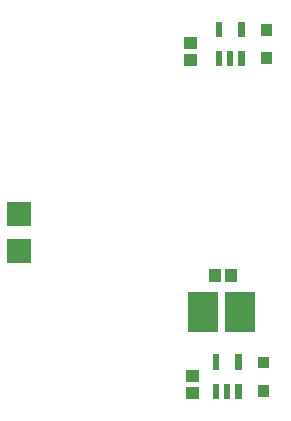
<source format=gbp>
G04 Layer: BottomPasteMaskLayer*
G04 EasyEDA v6.3.22, 2020-01-22T11:07:26+01:00*
G04 244eb897874448418918cfb691dafd7b,6ac03ef627a24f5ab7c901ca926ad83b,10*
G04 Gerber Generator version 0.2*
G04 Scale: 100 percent, Rotated: No, Reflected: No *
G04 Dimensions in millimeters *
G04 leading zeros omitted , absolute positions ,3 integer and 3 decimal *
%FSLAX33Y33*%
%MOMM*%
G90*
G71D02*

%ADD25R,2.499995X3.499993*%
%ADD26R,1.999996X1.999996*%

%LPD*%
G54D25*
G01X23709Y14380D03*
G01X20619Y14410D03*
G54D26*
G01X4999Y22709D03*
G01X4979Y19579D03*
G36*
G01X23470Y18030D02*
G01X22470Y18030D01*
G01X22470Y16930D01*
G01X23470Y16930D01*
G01X23470Y18030D01*
G37*
G36*
G01X22070Y18030D02*
G01X21070Y18030D01*
G01X21070Y16930D01*
G01X22070Y16930D01*
G01X22070Y18030D01*
G37*
G36*
G01X26459Y35420D02*
G01X26459Y36420D01*
G01X25459Y36420D01*
G01X25459Y35420D01*
G01X26459Y35420D01*
G37*
G36*
G01X26459Y37820D02*
G01X26459Y38820D01*
G01X25459Y38820D01*
G01X25459Y37820D01*
G01X26459Y37820D01*
G37*
G36*
G01X20029Y35269D02*
G01X20029Y36269D01*
G01X18929Y36269D01*
G01X18929Y35269D01*
G01X20029Y35269D01*
G37*
G36*
G01X20029Y36669D02*
G01X20029Y37669D01*
G01X18929Y37669D01*
G01X18929Y36669D01*
G01X20029Y36669D01*
G37*
G36*
G01X24094Y35210D02*
G01X24094Y36510D01*
G01X23544Y36510D01*
G01X23544Y35210D01*
G01X24094Y35210D01*
G37*
G36*
G01X23144Y35210D02*
G01X23144Y36510D01*
G01X22594Y36510D01*
G01X22594Y35210D01*
G01X23144Y35210D01*
G37*
G36*
G01X22194Y35210D02*
G01X22194Y36510D01*
G01X21644Y36510D01*
G01X21644Y35210D01*
G01X22194Y35210D01*
G37*
G36*
G01X22194Y37710D02*
G01X22194Y39010D01*
G01X21644Y39010D01*
G01X21644Y37710D01*
G01X22194Y37710D01*
G37*
G36*
G01X24094Y37710D02*
G01X24094Y39010D01*
G01X23544Y39010D01*
G01X23544Y37710D01*
G01X24094Y37710D01*
G37*
G36*
G01X23844Y7040D02*
G01X23844Y8340D01*
G01X23294Y8340D01*
G01X23294Y7040D01*
G01X23844Y7040D01*
G37*
G36*
G01X22894Y7040D02*
G01X22894Y8340D01*
G01X22344Y8340D01*
G01X22344Y7040D01*
G01X22894Y7040D01*
G37*
G36*
G01X21944Y7040D02*
G01X21944Y8340D01*
G01X21394Y8340D01*
G01X21394Y7040D01*
G01X21944Y7040D01*
G37*
G36*
G01X21944Y9540D02*
G01X21944Y10840D01*
G01X21394Y10840D01*
G01X21394Y9540D01*
G01X21944Y9540D01*
G37*
G36*
G01X23844Y9540D02*
G01X23844Y10840D01*
G01X23294Y10840D01*
G01X23294Y9540D01*
G01X23844Y9540D01*
G37*
G36*
G01X20259Y7069D02*
G01X20259Y8069D01*
G01X19159Y8069D01*
G01X19159Y7069D01*
G01X20259Y7069D01*
G37*
G36*
G01X20259Y8469D02*
G01X20259Y9469D01*
G01X19159Y9469D01*
G01X19159Y8469D01*
G01X20259Y8469D01*
G37*
G36*
G01X26209Y7250D02*
G01X26209Y8250D01*
G01X25209Y8250D01*
G01X25209Y7250D01*
G01X26209Y7250D01*
G37*
G36*
G01X26209Y9650D02*
G01X26209Y10650D01*
G01X25209Y10650D01*
G01X25209Y9650D01*
G01X26209Y9650D01*
G37*
M00*
M02*

</source>
